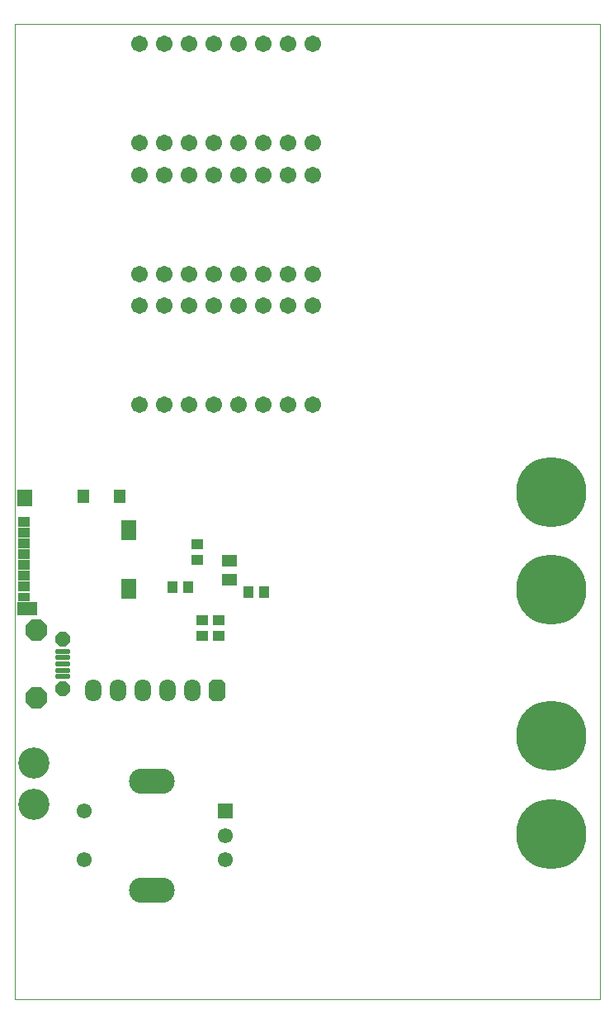
<source format=gbs>
G04*
G04 #@! TF.GenerationSoftware,Altium Limited,Altium Designer,20.0.13 (296)*
G04*
G04 Layer_Color=16711935*
%FSLAX24Y24*%
%MOIN*%
G70*
G01*
G75*
%ADD14C,0.0010*%
%ADD25R,0.0474X0.0434*%
%ADD26R,0.0434X0.0474*%
%ADD33R,0.0631X0.0493*%
%ADD34C,0.1261*%
%ADD35C,0.2836*%
%ADD36P,0.0619X8X112.5*%
%ADD37P,0.0939X8X112.5*%
G04:AMPARAMS|DCode=38|XSize=102.4mil|YSize=185mil|CornerRadius=51.2mil|HoleSize=0mil|Usage=FLASHONLY|Rotation=270.000|XOffset=0mil|YOffset=0mil|HoleType=Round|Shape=RoundedRectangle|*
%AMROUNDEDRECTD38*
21,1,0.1024,0.0827,0,0,270.0*
21,1,0.0000,0.1850,0,0,270.0*
1,1,0.1024,-0.0413,0.0000*
1,1,0.1024,-0.0413,0.0000*
1,1,0.1024,0.0413,0.0000*
1,1,0.1024,0.0413,0.0000*
%
%ADD38ROUNDEDRECTD38*%
%ADD39C,0.0610*%
%ADD40R,0.0610X0.0610*%
%ADD41C,0.0671*%
G04:AMPARAMS|DCode=42|XSize=67.1mil|YSize=86.7mil|CornerRadius=0mil|HoleSize=0mil|Usage=FLASHONLY|Rotation=180.000|XOffset=0mil|YOffset=0mil|HoleType=Round|Shape=Octagon|*
%AMOCTAGOND42*
4,1,8,0.0168,-0.0434,-0.0168,-0.0434,-0.0335,-0.0266,-0.0335,0.0266,-0.0168,0.0434,0.0168,0.0434,0.0335,0.0266,0.0335,-0.0266,0.0168,-0.0434,0.0*
%
%ADD42OCTAGOND42*%

%ADD43O,0.0671X0.0907*%
%ADD70O,0.0614X0.0220*%
%ADD71R,0.0789X0.0541*%
%ADD72R,0.0513X0.0375*%
%ADD73R,0.0513X0.0415*%
%ADD74R,0.0611X0.0690*%
%ADD75R,0.0474X0.0552*%
%ADD76R,0.0611X0.0828*%
D14*
X0Y0D02*
Y39370D01*
X23622D01*
X23622Y0D01*
X0D02*
X23622D01*
D25*
X7559Y15315D02*
D03*
Y14685D02*
D03*
X7362Y17756D02*
D03*
Y18386D02*
D03*
X8228Y15315D02*
D03*
Y14685D02*
D03*
D26*
X7008Y16654D02*
D03*
X6378D02*
D03*
X9449Y16457D02*
D03*
X10079D02*
D03*
D33*
X8661Y17697D02*
D03*
Y16949D02*
D03*
D34*
X787Y7874D02*
D03*
Y9547D02*
D03*
D35*
X21654Y10630D02*
D03*
Y6693D02*
D03*
Y16535D02*
D03*
Y20472D02*
D03*
D36*
X1929Y14528D02*
D03*
Y12559D02*
D03*
D37*
X866Y12165D02*
D03*
Y14921D02*
D03*
D38*
X5551Y4409D02*
D03*
Y8819D02*
D03*
D39*
X2795Y5630D02*
D03*
Y7598D02*
D03*
X8504Y5630D02*
D03*
Y6614D02*
D03*
D40*
Y7598D02*
D03*
D41*
X5024Y28016D02*
D03*
X6024D02*
D03*
X7024D02*
D03*
X8024D02*
D03*
X9024D02*
D03*
X10024D02*
D03*
X11024D02*
D03*
X12024D02*
D03*
Y24016D02*
D03*
X11024D02*
D03*
X10024D02*
D03*
X9024D02*
D03*
X8024D02*
D03*
X7024D02*
D03*
X6024D02*
D03*
X5024D02*
D03*
Y38567D02*
D03*
X6024D02*
D03*
X7024D02*
D03*
X8024D02*
D03*
X9024D02*
D03*
X10024D02*
D03*
X11024D02*
D03*
X12024D02*
D03*
Y34567D02*
D03*
X11024D02*
D03*
X10024D02*
D03*
X9024D02*
D03*
X8024D02*
D03*
X7024D02*
D03*
X6024D02*
D03*
X5024D02*
D03*
Y33291D02*
D03*
X6024D02*
D03*
X7024D02*
D03*
X8024D02*
D03*
X9024D02*
D03*
X10024D02*
D03*
X11024D02*
D03*
X12024D02*
D03*
Y29291D02*
D03*
X11024D02*
D03*
X10024D02*
D03*
X9024D02*
D03*
X8024D02*
D03*
X7024D02*
D03*
X6024D02*
D03*
X5024D02*
D03*
D42*
X8157Y12480D02*
D03*
D43*
X7157D02*
D03*
X6157D02*
D03*
X5157D02*
D03*
X4157D02*
D03*
X3157D02*
D03*
D70*
X1929Y13032D02*
D03*
Y13287D02*
D03*
Y13543D02*
D03*
Y13799D02*
D03*
Y14055D02*
D03*
D71*
X492Y15783D02*
D03*
D72*
X354Y16260D02*
D03*
D73*
Y16673D02*
D03*
Y17106D02*
D03*
Y17539D02*
D03*
Y17972D02*
D03*
Y18406D02*
D03*
Y18839D02*
D03*
Y19272D02*
D03*
D74*
X404Y20240D02*
D03*
D75*
X4232Y20309D02*
D03*
X2776D02*
D03*
D76*
X4616Y18931D02*
D03*
Y16581D02*
D03*
M02*

</source>
